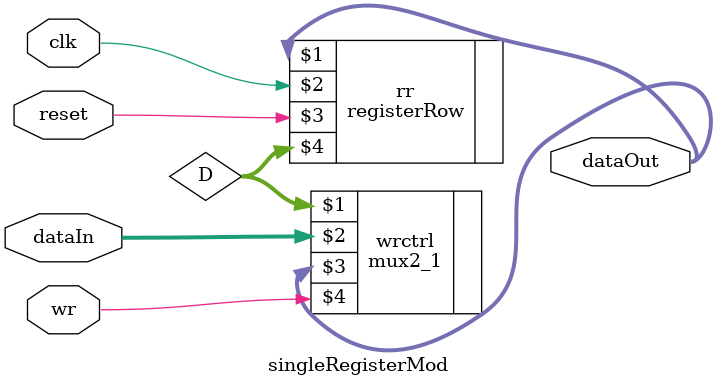
<source format=v>
module singleRegisterMod (dataOut, clk, reset, dataIn, wr);
	output [31:0] dataOut;
	input clk, reset, wr;
	input [31:0] dataIn;

	wire [31:0] D;
	mux2_1 wrctrl (D, dataIn, dataOut, wr);
	registerRow rr (dataOut, clk, reset, D);
endmodule

</source>
